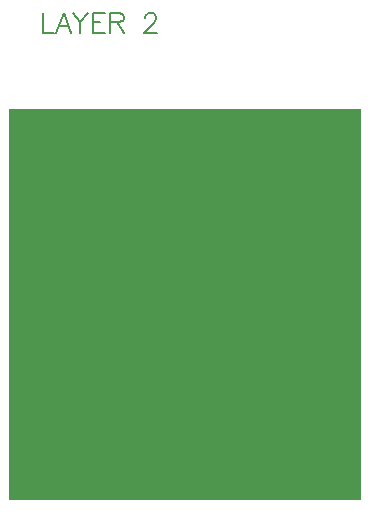
<source format=gbr>
G04 CAM350 V5.0 Date:  Mon Oct 28 13:20:47 2002 *
G04 Database: d:\newjobs\bc-data\1687\1687.pcb *
G04 Layer 2: l2.gbr *
%FSTAX24Y24*%
%MOIN*%
%SFA1.000B1.000*%

%MIA0B0*%
%IPPOS*%
%ADD12C,0.00800*%
%ADD28R,0.03500X0.03500*%
%LNl2.gbr*%
G54D12*
%LPD*%
G36*
X011418Y000381D02*
G01X000378D01*
Y012721*
X011418*
Y000381*
G37*
G54D28*
X000203Y000206D02*
G01X011593D01*
Y012896*
X000203*
Y000206*
G54D12*
G01X001166Y016256D02*
Y0156D01*
Y0156D02*
X001541D01*
X001853Y016256D02*
X001603Y0156D01*
X001853Y016256D02*
X002103Y0156D01*
X001697Y015819D02*
X00201D01*
X002166Y016256D02*
X002416Y015944D01*
Y0156D01*
X002666Y016256D02*
X002416Y015944D01*
X002822Y016256D02*
Y0156D01*
Y016256D02*
X003228D01*
X002822Y015944D02*
X003072D01*
X002822Y0156D02*
X003228D01*
X003416Y016256D02*
Y0156D01*
Y016256D02*
X003697D01*
X003791Y016225D01*
X003822Y016194D01*
X003853Y016131D01*
Y016069D01*
X003822Y016006D01*
X003791Y015975D01*
X003697Y015944D01*
X003416D01*
X003635D02*
X003853Y0156D01*
X004572Y0161D02*
Y016131D01*
X004603Y016194D01*
X004635Y016225D01*
X004697Y016256D01*
X004822D01*
X004885Y016225D01*
X004916Y016194D01*
X004947Y016131D01*
Y016069D01*
X004916Y016006D01*
X004853Y015912D01*
X004541Y0156D01*
X004978D01*
M02*

</source>
